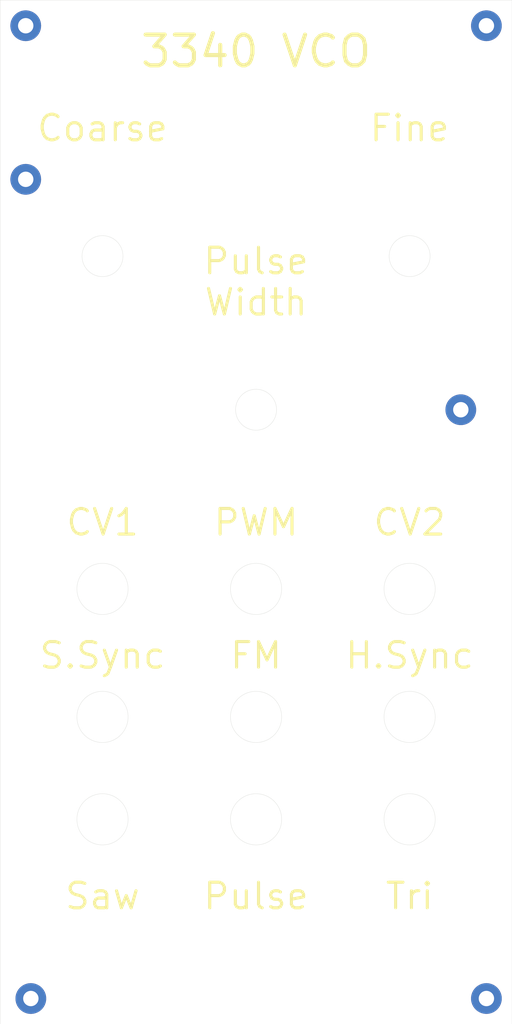
<source format=kicad_pcb>
(kicad_pcb (version 20171130) (host pcbnew "(5.1.6-0-10_14)")

  (general
    (thickness 1.6)
    (drawings 32)
    (tracks 0)
    (zones 0)
    (modules 6)
    (nets 1)
  )

  (page A3)
  (layers
    (0 F.Cu signal)
    (31 B.Cu signal)
    (32 B.Adhes user)
    (33 F.Adhes user)
    (34 B.Paste user)
    (35 F.Paste user)
    (36 B.SilkS user)
    (37 F.SilkS user)
    (38 B.Mask user)
    (39 F.Mask user)
    (40 Dwgs.User user)
    (41 Cmts.User user)
    (42 Eco1.User user)
    (43 Eco2.User user)
    (44 Edge.Cuts user)
    (45 Margin user)
    (46 B.CrtYd user)
    (47 F.CrtYd user)
    (48 B.Fab user)
    (49 F.Fab user)
  )

  (setup
    (last_trace_width 0.25)
    (trace_clearance 0.2)
    (zone_clearance 0.508)
    (zone_45_only no)
    (trace_min 0.2)
    (via_size 0.8)
    (via_drill 0.4)
    (via_min_size 0.4)
    (via_min_drill 0.3)
    (uvia_size 0.3)
    (uvia_drill 0.1)
    (uvias_allowed no)
    (uvia_min_size 0.2)
    (uvia_min_drill 0.1)
    (edge_width 0.05)
    (segment_width 0.2)
    (pcb_text_width 0.3)
    (pcb_text_size 1.5 1.5)
    (mod_edge_width 0.12)
    (mod_text_size 1 1)
    (mod_text_width 0.15)
    (pad_size 1.524 1.524)
    (pad_drill 0.762)
    (pad_to_mask_clearance 0.05)
    (aux_axis_origin 0 0)
    (visible_elements FFFFFF7F)
    (pcbplotparams
      (layerselection 0x010fc_ffffffff)
      (usegerberextensions false)
      (usegerberattributes true)
      (usegerberadvancedattributes true)
      (creategerberjobfile true)
      (excludeedgelayer true)
      (linewidth 0.100000)
      (plotframeref false)
      (viasonmask false)
      (mode 1)
      (useauxorigin false)
      (hpglpennumber 1)
      (hpglpenspeed 20)
      (hpglpendiameter 15.000000)
      (psnegative false)
      (psa4output false)
      (plotreference true)
      (plotvalue true)
      (plotinvisibletext false)
      (padsonsilk false)
      (subtractmaskfromsilk false)
      (outputformat 1)
      (mirror false)
      (drillshape 0)
      (scaleselection 1)
      (outputdirectory "gerber/"))
  )

  (net 0 "")

  (net_class Default "This is the default net class."
    (clearance 0.2)
    (trace_width 0.25)
    (via_dia 0.8)
    (via_drill 0.4)
    (uvia_dia 0.3)
    (uvia_drill 0.1)
  )

  (module MountingHole:MountingHole_3mm_Pad (layer F.Cu) (tedit 56D1B4CB) (tstamp 6190AE29)
    (at 105 55)
    (descr "Mounting Hole 3mm")
    (tags "mounting hole 3mm")
    (attr virtual)
    (fp_text reference REF** (at 0 -4) (layer F.SilkS) hide
      (effects (font (size 1 1) (thickness 0.15)))
    )
    (fp_text value MountingHole_3mm_Pad (at 0 4) (layer F.Fab) hide
      (effects (font (size 1 1) (thickness 0.15)))
    )
    (fp_circle (center 0 0) (end 3.25 0) (layer F.CrtYd) (width 0.05))
    (fp_circle (center 0 0) (end 3 0) (layer Cmts.User) (width 0.15))
    (fp_text user %R (at 0.3 0) (layer F.Fab)
      (effects (font (size 1 1) (thickness 0.15)))
    )
    (pad 1 thru_hole circle (at 0 0) (size 6 6) (drill 3) (layers *.Cu *.Mask))
  )

  (module MountingHole:MountingHole_3mm_Pad (layer F.Cu) (tedit 56D1B4CB) (tstamp 6190ADC0)
    (at 190 100)
    (descr "Mounting Hole 3mm")
    (tags "mounting hole 3mm")
    (attr virtual)
    (fp_text reference REF** (at 0 -4) (layer F.SilkS) hide
      (effects (font (size 1 1) (thickness 0.15)))
    )
    (fp_text value MountingHole_3mm_Pad (at 0 4) (layer F.Fab) hide
      (effects (font (size 1 1) (thickness 0.15)))
    )
    (fp_circle (center 0 0) (end 3.25 0) (layer F.CrtYd) (width 0.05))
    (fp_circle (center 0 0) (end 3 0) (layer Cmts.User) (width 0.15))
    (fp_text user %R (at 0.3 0) (layer F.Fab)
      (effects (font (size 1 1) (thickness 0.15)))
    )
    (pad 1 thru_hole circle (at 0 0) (size 6 6) (drill 3) (layers *.Cu *.Mask))
  )

  (module MountingHole:MountingHole_3mm_Pad (layer F.Cu) (tedit 56D1B4CB) (tstamp 6190A5A4)
    (at 106 215)
    (descr "Mounting Hole 3mm")
    (tags "mounting hole 3mm")
    (attr virtual)
    (fp_text reference REF** (at 0 -4) (layer F.SilkS) hide
      (effects (font (size 1 1) (thickness 0.15)))
    )
    (fp_text value MountingHole_3mm_Pad (at 0 4) (layer F.Fab) hide
      (effects (font (size 1 1) (thickness 0.15)))
    )
    (fp_circle (center 0 0) (end 3 0) (layer Cmts.User) (width 0.15))
    (fp_circle (center 0 0) (end 3.25 0) (layer F.CrtYd) (width 0.05))
    (fp_text user %R (at 0.3 0) (layer F.Fab)
      (effects (font (size 1 1) (thickness 0.15)))
    )
    (pad 1 thru_hole circle (at 0 0) (size 6 6) (drill 3) (layers *.Cu *.Mask))
  )

  (module MountingHole:MountingHole_3mm_Pad (layer F.Cu) (tedit 56D1B4CB) (tstamp 6190A580)
    (at 195 215)
    (descr "Mounting Hole 3mm")
    (tags "mounting hole 3mm")
    (attr virtual)
    (fp_text reference REF** (at 0 -4) (layer F.SilkS) hide
      (effects (font (size 1 1) (thickness 0.15)))
    )
    (fp_text value MountingHole_3mm_Pad (at 0 4) (layer F.Fab) hide
      (effects (font (size 1 1) (thickness 0.15)))
    )
    (fp_circle (center 0 0) (end 3 0) (layer Cmts.User) (width 0.15))
    (fp_circle (center 0 0) (end 3.25 0) (layer F.CrtYd) (width 0.05))
    (fp_text user %R (at 0.3 0) (layer F.Fab)
      (effects (font (size 1 1) (thickness 0.15)))
    )
    (pad 1 thru_hole circle (at 0 0) (size 6 6) (drill 3) (layers *.Cu *.Mask))
  )

  (module MountingHole:MountingHole_3mm_Pad (layer F.Cu) (tedit 56D1B4CB) (tstamp 6190A55C)
    (at 195 25)
    (descr "Mounting Hole 3mm")
    (tags "mounting hole 3mm")
    (attr virtual)
    (fp_text reference REF** (at 0 -4) (layer F.SilkS) hide
      (effects (font (size 1 1) (thickness 0.15)))
    )
    (fp_text value MountingHole_3mm_Pad (at 0 4) (layer F.Fab) hide
      (effects (font (size 1 1) (thickness 0.15)))
    )
    (fp_circle (center 0 0) (end 3 0) (layer Cmts.User) (width 0.15))
    (fp_circle (center 0 0) (end 3.25 0) (layer F.CrtYd) (width 0.05))
    (fp_text user %R (at 0.3 0) (layer F.Fab)
      (effects (font (size 1 1) (thickness 0.15)))
    )
    (pad 1 thru_hole circle (at 0 0) (size 6 6) (drill 3) (layers *.Cu *.Mask))
  )

  (module MountingHole:MountingHole_3mm_Pad (layer F.Cu) (tedit 56D1B4CB) (tstamp 6190A538)
    (at 105 25)
    (descr "Mounting Hole 3mm")
    (tags "mounting hole 3mm")
    (attr virtual)
    (fp_text reference REF** (at 0 -4) (layer F.SilkS) hide
      (effects (font (size 1 1) (thickness 0.15)))
    )
    (fp_text value MountingHole_3mm_Pad (at 0 4) (layer F.Fab) hide
      (effects (font (size 1 1) (thickness 0.15)))
    )
    (fp_circle (center 0 0) (end 3 0) (layer Cmts.User) (width 0.15))
    (fp_circle (center 0 0) (end 3.25 0) (layer F.CrtYd) (width 0.05))
    (fp_text user %R (at 0.3 0) (layer F.Fab)
      (effects (font (size 1 1) (thickness 0.15)))
    )
    (pad 1 thru_hole circle (at 0 0) (size 6 6) (drill 3) (layers *.Cu *.Mask))
  )

  (gr_text "Pulse\nWidth" (at 150 75) (layer F.SilkS)
    (effects (font (size 5 5) (thickness 0.6)))
  )
  (gr_text Fine (at 180 45) (layer F.SilkS)
    (effects (font (size 5 5) (thickness 0.6)))
  )
  (gr_text Coarse (at 120 45) (layer F.SilkS)
    (effects (font (size 5 5) (thickness 0.6)))
  )
  (gr_text Tri (at 180 195) (layer F.SilkS)
    (effects (font (size 5 5) (thickness 0.6)))
  )
  (gr_text Pulse (at 150 195) (layer F.SilkS)
    (effects (font (size 5 5) (thickness 0.6)))
  )
  (gr_text Saw (at 120 195) (layer F.SilkS)
    (effects (font (size 5 5) (thickness 0.6)))
  )
  (gr_text H.Sync (at 180 148) (layer F.SilkS)
    (effects (font (size 5 5) (thickness 0.6)))
  )
  (gr_text FM (at 150 148) (layer F.SilkS)
    (effects (font (size 5 5) (thickness 0.6)))
  )
  (gr_text S.Sync (at 120 148) (layer F.SilkS)
    (effects (font (size 5 5) (thickness 0.6)))
  )
  (gr_text PWM (at 150 122) (layer F.SilkS)
    (effects (font (size 5 5) (thickness 0.6)))
  )
  (gr_text CV2 (at 180 122) (layer F.SilkS)
    (effects (font (size 5 5) (thickness 0.6)))
  )
  (gr_text CV1 (at 120 122) (layer F.SilkS)
    (effects (font (size 5 5) (thickness 0.6)))
  )
  (gr_circle (center 180 180) (end 185 180) (layer Edge.Cuts) (width 0.05))
  (gr_circle (center 150 180) (end 155 180) (layer Edge.Cuts) (width 0.05))
  (gr_circle (center 120 180) (end 125 180) (layer Edge.Cuts) (width 0.05))
  (gr_circle (center 120 160) (end 125 160) (layer Edge.Cuts) (width 0.05))
  (gr_circle (center 150 160) (end 155 160) (layer Edge.Cuts) (width 0.05))
  (gr_circle (center 180 160) (end 185 160) (layer Edge.Cuts) (width 0.05))
  (gr_circle (center 180 135) (end 185 135) (layer Edge.Cuts) (width 0.05))
  (gr_circle (center 150 135) (end 155 135) (layer Edge.Cuts) (width 0.05))
  (gr_circle (center 120 135) (end 125 135) (layer Edge.Cuts) (width 0.05))
  (gr_circle (center 150 100) (end 164 100) (layer Dwgs.User) (width 0.15))
  (gr_circle (center 120 70) (end 137 70) (layer Dwgs.User) (width 0.15))
  (gr_circle (center 180 70) (end 197 70) (layer Dwgs.User) (width 0.15))
  (gr_circle (center 150 100) (end 154 100) (layer Edge.Cuts) (width 0.05))
  (gr_circle (center 180 70) (end 184 70) (layer Edge.Cuts) (width 0.05))
  (gr_circle (center 120 70) (end 124 70) (layer Edge.Cuts) (width 0.05))
  (gr_text "3340 VCO" (at 150 30) (layer F.SilkS)
    (effects (font (size 6 6) (thickness 0.8)))
  )
  (gr_line (start 100 220) (end 100 20) (layer Edge.Cuts) (width 0.05))
  (gr_line (start 200 220) (end 100 220) (layer Edge.Cuts) (width 0.05))
  (gr_line (start 200 20) (end 200 220) (layer Edge.Cuts) (width 0.05))
  (gr_line (start 100 20) (end 200 20) (layer Edge.Cuts) (width 0.05))

)

</source>
